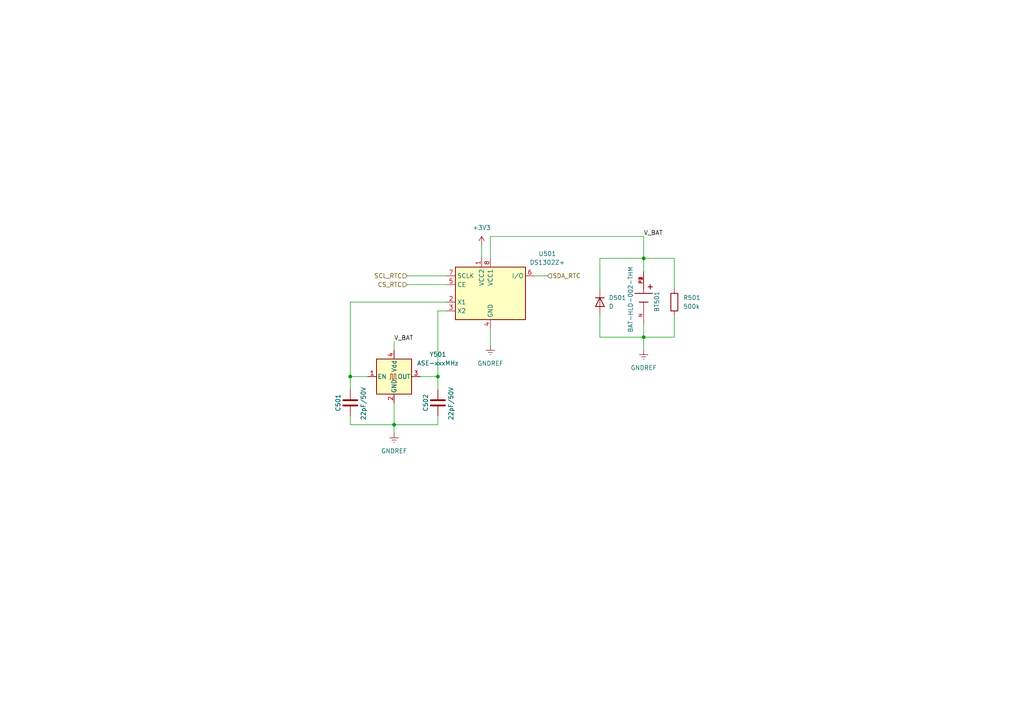
<source format=kicad_sch>
(kicad_sch
	(version 20250114)
	(generator "eeschema")
	(generator_version "9.0")
	(uuid "23e18a3a-c43d-4083-ad46-f8130e23dbb9")
	(paper "A4")
	(title_block
		(title "PCB_Tarjeta_DevOps")
		(date "2025-10-28")
		(rev "R.Casas")
	)
	(lib_symbols
		(symbol "Battery_Holder:BAT-HLD-002-THM"
			(pin_names
				(offset 1.016)
			)
			(exclude_from_sim no)
			(in_bom yes)
			(on_board yes)
			(property "Reference" "BT"
				(at -3.81 3.81 0)
				(effects
					(font
						(size 1.27 1.27)
					)
					(justify left bottom)
				)
			)
			(property "Value" "BAT-HLD-002-THM"
				(at -3.81 -5.08 0)
				(effects
					(font
						(size 1.27 1.27)
					)
					(justify left bottom)
				)
			)
			(property "Footprint" "BAT-HLD-002-THM:BAT_BAT-HLD-002-THM"
				(at 0 0 0)
				(effects
					(font
						(size 1.27 1.27)
					)
					(justify bottom)
					(hide yes)
				)
			)
			(property "Datasheet" ""
				(at 0 0 0)
				(effects
					(font
						(size 1.27 1.27)
					)
					(hide yes)
				)
			)
			(property "Description" ""
				(at 0 0 0)
				(effects
					(font
						(size 1.27 1.27)
					)
					(hide yes)
				)
			)
			(property "PARTREV" "C"
				(at 0 0 0)
				(effects
					(font
						(size 1.27 1.27)
					)
					(justify bottom)
					(hide yes)
				)
			)
			(property "STANDARD" "Manufacturer Recommendations"
				(at 0 0 0)
				(effects
					(font
						(size 1.27 1.27)
					)
					(justify bottom)
					(hide yes)
				)
			)
			(property "MANUFACTURER" "Linx Technologies"
				(at 0 0 0)
				(effects
					(font
						(size 1.27 1.27)
					)
					(justify bottom)
					(hide yes)
				)
			)
			(symbol "BAT-HLD-002-THM_0_0"
				(polyline
					(pts
						(xy -3.81 1.905) (xy -2.54 1.905)
					)
					(stroke
						(width 0.254)
						(type default)
					)
					(fill
						(type none)
					)
				)
				(polyline
					(pts
						(xy -3.175 2.54) (xy -3.175 1.27)
					)
					(stroke
						(width 0.254)
						(type default)
					)
					(fill
						(type none)
					)
				)
				(polyline
					(pts
						(xy -1.27 2.54) (xy -1.27 -2.54)
					)
					(stroke
						(width 0.254)
						(type default)
					)
					(fill
						(type none)
					)
				)
				(polyline
					(pts
						(xy -1.27 0) (xy -2.54 0)
					)
					(stroke
						(width 0.1524)
						(type default)
					)
					(fill
						(type none)
					)
				)
				(polyline
					(pts
						(xy 1.27 1.27) (xy 1.27 -1.27)
					)
					(stroke
						(width 0.254)
						(type default)
					)
					(fill
						(type none)
					)
				)
				(polyline
					(pts
						(xy 1.27 0) (xy 2.54 0)
					)
					(stroke
						(width 0.1524)
						(type default)
					)
					(fill
						(type none)
					)
				)
				(pin passive line
					(at -7.62 0 0)
					(length 5.08)
					(name "~"
						(effects
							(font
								(size 1.016 1.016)
							)
						)
					)
					(number "P1"
						(effects
							(font
								(size 1.016 1.016)
							)
						)
					)
				)
				(pin passive line
					(at -7.62 0 0)
					(length 5.08)
					(name "~"
						(effects
							(font
								(size 1.016 1.016)
							)
						)
					)
					(number "P2"
						(effects
							(font
								(size 1.016 1.016)
							)
						)
					)
				)
				(pin passive line
					(at -7.62 0 0)
					(length 5.08)
					(name "~"
						(effects
							(font
								(size 1.016 1.016)
							)
						)
					)
					(number "P3"
						(effects
							(font
								(size 1.016 1.016)
							)
						)
					)
				)
				(pin passive line
					(at -7.62 0 0)
					(length 5.08)
					(name "~"
						(effects
							(font
								(size 1.016 1.016)
							)
						)
					)
					(number "P4"
						(effects
							(font
								(size 1.016 1.016)
							)
						)
					)
				)
				(pin passive line
					(at 7.62 0 180)
					(length 5.08)
					(name "~"
						(effects
							(font
								(size 1.016 1.016)
							)
						)
					)
					(number "N"
						(effects
							(font
								(size 1.016 1.016)
							)
						)
					)
				)
			)
			(embedded_fonts no)
		)
		(symbol "Device:C"
			(pin_numbers
				(hide yes)
			)
			(pin_names
				(offset 0.254)
			)
			(exclude_from_sim no)
			(in_bom yes)
			(on_board yes)
			(property "Reference" "C"
				(at 0.635 2.54 0)
				(effects
					(font
						(size 1.27 1.27)
					)
					(justify left)
				)
			)
			(property "Value" "C"
				(at 0.635 -2.54 0)
				(effects
					(font
						(size 1.27 1.27)
					)
					(justify left)
				)
			)
			(property "Footprint" ""
				(at 0.9652 -3.81 0)
				(effects
					(font
						(size 1.27 1.27)
					)
					(hide yes)
				)
			)
			(property "Datasheet" "~"
				(at 0 0 0)
				(effects
					(font
						(size 1.27 1.27)
					)
					(hide yes)
				)
			)
			(property "Description" "Unpolarized capacitor"
				(at 0 0 0)
				(effects
					(font
						(size 1.27 1.27)
					)
					(hide yes)
				)
			)
			(property "ki_keywords" "cap capacitor"
				(at 0 0 0)
				(effects
					(font
						(size 1.27 1.27)
					)
					(hide yes)
				)
			)
			(property "ki_fp_filters" "C_*"
				(at 0 0 0)
				(effects
					(font
						(size 1.27 1.27)
					)
					(hide yes)
				)
			)
			(symbol "C_0_1"
				(polyline
					(pts
						(xy -2.032 0.762) (xy 2.032 0.762)
					)
					(stroke
						(width 0.508)
						(type default)
					)
					(fill
						(type none)
					)
				)
				(polyline
					(pts
						(xy -2.032 -0.762) (xy 2.032 -0.762)
					)
					(stroke
						(width 0.508)
						(type default)
					)
					(fill
						(type none)
					)
				)
			)
			(symbol "C_1_1"
				(pin passive line
					(at 0 3.81 270)
					(length 2.794)
					(name "~"
						(effects
							(font
								(size 1.27 1.27)
							)
						)
					)
					(number "1"
						(effects
							(font
								(size 1.27 1.27)
							)
						)
					)
				)
				(pin passive line
					(at 0 -3.81 90)
					(length 2.794)
					(name "~"
						(effects
							(font
								(size 1.27 1.27)
							)
						)
					)
					(number "2"
						(effects
							(font
								(size 1.27 1.27)
							)
						)
					)
				)
			)
			(embedded_fonts no)
		)
		(symbol "Device:D"
			(pin_numbers
				(hide yes)
			)
			(pin_names
				(offset 1.016)
				(hide yes)
			)
			(exclude_from_sim no)
			(in_bom yes)
			(on_board yes)
			(property "Reference" "D"
				(at 0 2.54 0)
				(effects
					(font
						(size 1.27 1.27)
					)
				)
			)
			(property "Value" "D"
				(at 0 -2.54 0)
				(effects
					(font
						(size 1.27 1.27)
					)
				)
			)
			(property "Footprint" ""
				(at 0 0 0)
				(effects
					(font
						(size 1.27 1.27)
					)
					(hide yes)
				)
			)
			(property "Datasheet" "~"
				(at 0 0 0)
				(effects
					(font
						(size 1.27 1.27)
					)
					(hide yes)
				)
			)
			(property "Description" "Diode"
				(at 0 0 0)
				(effects
					(font
						(size 1.27 1.27)
					)
					(hide yes)
				)
			)
			(property "Sim.Device" "D"
				(at 0 0 0)
				(effects
					(font
						(size 1.27 1.27)
					)
					(hide yes)
				)
			)
			(property "Sim.Pins" "1=K 2=A"
				(at 0 0 0)
				(effects
					(font
						(size 1.27 1.27)
					)
					(hide yes)
				)
			)
			(property "ki_keywords" "diode"
				(at 0 0 0)
				(effects
					(font
						(size 1.27 1.27)
					)
					(hide yes)
				)
			)
			(property "ki_fp_filters" "TO-???* *_Diode_* *SingleDiode* D_*"
				(at 0 0 0)
				(effects
					(font
						(size 1.27 1.27)
					)
					(hide yes)
				)
			)
			(symbol "D_0_1"
				(polyline
					(pts
						(xy -1.27 1.27) (xy -1.27 -1.27)
					)
					(stroke
						(width 0.254)
						(type default)
					)
					(fill
						(type none)
					)
				)
				(polyline
					(pts
						(xy 1.27 1.27) (xy 1.27 -1.27) (xy -1.27 0) (xy 1.27 1.27)
					)
					(stroke
						(width 0.254)
						(type default)
					)
					(fill
						(type none)
					)
				)
				(polyline
					(pts
						(xy 1.27 0) (xy -1.27 0)
					)
					(stroke
						(width 0)
						(type default)
					)
					(fill
						(type none)
					)
				)
			)
			(symbol "D_1_1"
				(pin passive line
					(at -3.81 0 0)
					(length 2.54)
					(name "K"
						(effects
							(font
								(size 1.27 1.27)
							)
						)
					)
					(number "1"
						(effects
							(font
								(size 1.27 1.27)
							)
						)
					)
				)
				(pin passive line
					(at 3.81 0 180)
					(length 2.54)
					(name "A"
						(effects
							(font
								(size 1.27 1.27)
							)
						)
					)
					(number "2"
						(effects
							(font
								(size 1.27 1.27)
							)
						)
					)
				)
			)
			(embedded_fonts no)
		)
		(symbol "Device:R"
			(pin_numbers
				(hide yes)
			)
			(pin_names
				(offset 0)
			)
			(exclude_from_sim no)
			(in_bom yes)
			(on_board yes)
			(property "Reference" "R"
				(at 2.032 0 90)
				(effects
					(font
						(size 1.27 1.27)
					)
				)
			)
			(property "Value" "R"
				(at 0 0 90)
				(effects
					(font
						(size 1.27 1.27)
					)
				)
			)
			(property "Footprint" ""
				(at -1.778 0 90)
				(effects
					(font
						(size 1.27 1.27)
					)
					(hide yes)
				)
			)
			(property "Datasheet" "~"
				(at 0 0 0)
				(effects
					(font
						(size 1.27 1.27)
					)
					(hide yes)
				)
			)
			(property "Description" "Resistor"
				(at 0 0 0)
				(effects
					(font
						(size 1.27 1.27)
					)
					(hide yes)
				)
			)
			(property "ki_keywords" "R res resistor"
				(at 0 0 0)
				(effects
					(font
						(size 1.27 1.27)
					)
					(hide yes)
				)
			)
			(property "ki_fp_filters" "R_*"
				(at 0 0 0)
				(effects
					(font
						(size 1.27 1.27)
					)
					(hide yes)
				)
			)
			(symbol "R_0_1"
				(rectangle
					(start -1.016 -2.54)
					(end 1.016 2.54)
					(stroke
						(width 0.254)
						(type default)
					)
					(fill
						(type none)
					)
				)
			)
			(symbol "R_1_1"
				(pin passive line
					(at 0 3.81 270)
					(length 1.27)
					(name "~"
						(effects
							(font
								(size 1.27 1.27)
							)
						)
					)
					(number "1"
						(effects
							(font
								(size 1.27 1.27)
							)
						)
					)
				)
				(pin passive line
					(at 0 -3.81 90)
					(length 1.27)
					(name "~"
						(effects
							(font
								(size 1.27 1.27)
							)
						)
					)
					(number "2"
						(effects
							(font
								(size 1.27 1.27)
							)
						)
					)
				)
			)
			(embedded_fonts no)
		)
		(symbol "Oscillator:ASE-xxxMHz"
			(pin_names
				(offset 0.254)
			)
			(exclude_from_sim no)
			(in_bom yes)
			(on_board yes)
			(property "Reference" "Y"
				(at -5.08 6.35 0)
				(effects
					(font
						(size 1.27 1.27)
					)
					(justify left)
				)
			)
			(property "Value" "ASE-xxxMHz"
				(at 1.27 -6.35 0)
				(effects
					(font
						(size 1.27 1.27)
					)
					(justify left)
				)
			)
			(property "Footprint" "Oscillator:Oscillator_SMD_Abracon_ASE-4Pin_3.2x2.5mm"
				(at 17.78 -8.89 0)
				(effects
					(font
						(size 1.27 1.27)
					)
					(hide yes)
				)
			)
			(property "Datasheet" "http://www.abracon.com/Oscillators/ASV.pdf"
				(at -2.54 0 0)
				(effects
					(font
						(size 1.27 1.27)
					)
					(hide yes)
				)
			)
			(property "Description" "3.3V CMOS SMD Crystal Clock Oscillator, Abracon"
				(at 0 0 0)
				(effects
					(font
						(size 1.27 1.27)
					)
					(hide yes)
				)
			)
			(property "ki_keywords" "3.3V CMOS SMD Crystal Clock Oscillator"
				(at 0 0 0)
				(effects
					(font
						(size 1.27 1.27)
					)
					(hide yes)
				)
			)
			(property "ki_fp_filters" "Oscillator*SMD*Abracon*ASE*3.2x2.5mm*"
				(at 0 0 0)
				(effects
					(font
						(size 1.27 1.27)
					)
					(hide yes)
				)
			)
			(symbol "ASE-xxxMHz_0_1"
				(rectangle
					(start -5.08 5.08)
					(end 5.08 -5.08)
					(stroke
						(width 0.254)
						(type default)
					)
					(fill
						(type background)
					)
				)
				(polyline
					(pts
						(xy -1.27 -0.762) (xy -1.016 -0.762) (xy -1.016 0.762) (xy -0.508 0.762) (xy -0.508 -0.762) (xy 0 -0.762)
						(xy 0 0.762) (xy 0.508 0.762) (xy 0.508 -0.762) (xy 0.762 -0.762)
					)
					(stroke
						(width 0)
						(type default)
					)
					(fill
						(type none)
					)
				)
			)
			(symbol "ASE-xxxMHz_1_1"
				(pin input line
					(at -7.62 0 0)
					(length 2.54)
					(name "EN"
						(effects
							(font
								(size 1.27 1.27)
							)
						)
					)
					(number "1"
						(effects
							(font
								(size 1.27 1.27)
							)
						)
					)
				)
				(pin power_in line
					(at 0 7.62 270)
					(length 2.54)
					(name "Vdd"
						(effects
							(font
								(size 1.27 1.27)
							)
						)
					)
					(number "4"
						(effects
							(font
								(size 1.27 1.27)
							)
						)
					)
				)
				(pin power_in line
					(at 0 -7.62 90)
					(length 2.54)
					(name "GND"
						(effects
							(font
								(size 1.27 1.27)
							)
						)
					)
					(number "2"
						(effects
							(font
								(size 1.27 1.27)
							)
						)
					)
				)
				(pin output line
					(at 7.62 0 180)
					(length 2.54)
					(name "OUT"
						(effects
							(font
								(size 1.27 1.27)
							)
						)
					)
					(number "3"
						(effects
							(font
								(size 1.27 1.27)
							)
						)
					)
				)
			)
			(embedded_fonts no)
		)
		(symbol "Timer_RTC:DS1302Z+"
			(exclude_from_sim no)
			(in_bom yes)
			(on_board yes)
			(property "Reference" "U"
				(at -8.89 8.89 0)
				(effects
					(font
						(size 1.27 1.27)
					)
				)
			)
			(property "Value" "DS1302Z+"
				(at 6.35 8.89 0)
				(effects
					(font
						(size 1.27 1.27)
					)
				)
			)
			(property "Footprint" "Package_SO:SOIC-8_3.9x4.9mm_P1.27mm"
				(at 0 -12.7 0)
				(effects
					(font
						(size 1.27 1.27)
					)
					(hide yes)
				)
			)
			(property "Datasheet" "https://datasheets.maximintegrated.com/en/ds/DS1302.pdf"
				(at 0 0 0)
				(effects
					(font
						(size 1.27 1.27)
					)
					(hide yes)
				)
			)
			(property "Description" "Trickle-Charge Timekeeping Chip, 2.0V to 5.5V VCC, 0°C to +70°C, SOIC-8 (150 mil)"
				(at 0 0 0)
				(effects
					(font
						(size 1.27 1.27)
					)
					(hide yes)
				)
			)
			(property "ki_keywords" "RTC Trickle-Charge Timekeeping Chip"
				(at 0 0 0)
				(effects
					(font
						(size 1.27 1.27)
					)
					(hide yes)
				)
			)
			(property "ki_fp_filters" "SOIC*3.9x4.9mm?P1.27mm*"
				(at 0 0 0)
				(effects
					(font
						(size 1.27 1.27)
					)
					(hide yes)
				)
			)
			(symbol "DS1302Z+_1_1"
				(rectangle
					(start -10.16 7.62)
					(end 10.16 -7.62)
					(stroke
						(width 0.254)
						(type default)
					)
					(fill
						(type background)
					)
				)
				(pin input line
					(at -12.7 5.08 0)
					(length 2.54)
					(name "SCLK"
						(effects
							(font
								(size 1.27 1.27)
							)
						)
					)
					(number "7"
						(effects
							(font
								(size 1.27 1.27)
							)
						)
					)
				)
				(pin input line
					(at -12.7 2.54 0)
					(length 2.54)
					(name "CE"
						(effects
							(font
								(size 1.27 1.27)
							)
						)
					)
					(number "5"
						(effects
							(font
								(size 1.27 1.27)
							)
						)
					)
				)
				(pin input line
					(at -12.7 -2.54 0)
					(length 2.54)
					(name "X1"
						(effects
							(font
								(size 1.27 1.27)
							)
						)
					)
					(number "2"
						(effects
							(font
								(size 1.27 1.27)
							)
						)
					)
				)
				(pin input line
					(at -12.7 -5.08 0)
					(length 2.54)
					(name "X2"
						(effects
							(font
								(size 1.27 1.27)
							)
						)
					)
					(number "3"
						(effects
							(font
								(size 1.27 1.27)
							)
						)
					)
				)
				(pin power_in line
					(at -2.54 10.16 270)
					(length 2.54)
					(name "VCC2"
						(effects
							(font
								(size 1.27 1.27)
							)
						)
					)
					(number "1"
						(effects
							(font
								(size 1.27 1.27)
							)
						)
					)
				)
				(pin power_in line
					(at 0 10.16 270)
					(length 2.54)
					(name "VCC1"
						(effects
							(font
								(size 1.27 1.27)
							)
						)
					)
					(number "8"
						(effects
							(font
								(size 1.27 1.27)
							)
						)
					)
				)
				(pin power_in line
					(at 0 -10.16 90)
					(length 2.54)
					(name "GND"
						(effects
							(font
								(size 1.27 1.27)
							)
						)
					)
					(number "4"
						(effects
							(font
								(size 1.27 1.27)
							)
						)
					)
				)
				(pin bidirectional line
					(at 12.7 5.08 180)
					(length 2.54)
					(name "I/O"
						(effects
							(font
								(size 1.27 1.27)
							)
						)
					)
					(number "6"
						(effects
							(font
								(size 1.27 1.27)
							)
						)
					)
				)
			)
			(embedded_fonts no)
		)
		(symbol "power:+3V3"
			(power)
			(pin_numbers
				(hide yes)
			)
			(pin_names
				(offset 0)
				(hide yes)
			)
			(exclude_from_sim no)
			(in_bom yes)
			(on_board yes)
			(property "Reference" "#PWR"
				(at 0 -3.81 0)
				(effects
					(font
						(size 1.27 1.27)
					)
					(hide yes)
				)
			)
			(property "Value" "+3V3"
				(at 0 3.556 0)
				(effects
					(font
						(size 1.27 1.27)
					)
				)
			)
			(property "Footprint" ""
				(at 0 0 0)
				(effects
					(font
						(size 1.27 1.27)
					)
					(hide yes)
				)
			)
			(property "Datasheet" ""
				(at 0 0 0)
				(effects
					(font
						(size 1.27 1.27)
					)
					(hide yes)
				)
			)
			(property "Description" "Power symbol creates a global label with name \"+3V3\""
				(at 0 0 0)
				(effects
					(font
						(size 1.27 1.27)
					)
					(hide yes)
				)
			)
			(property "ki_keywords" "global power"
				(at 0 0 0)
				(effects
					(font
						(size 1.27 1.27)
					)
					(hide yes)
				)
			)
			(symbol "+3V3_0_1"
				(polyline
					(pts
						(xy -0.762 1.27) (xy 0 2.54)
					)
					(stroke
						(width 0)
						(type default)
					)
					(fill
						(type none)
					)
				)
				(polyline
					(pts
						(xy 0 2.54) (xy 0.762 1.27)
					)
					(stroke
						(width 0)
						(type default)
					)
					(fill
						(type none)
					)
				)
				(polyline
					(pts
						(xy 0 0) (xy 0 2.54)
					)
					(stroke
						(width 0)
						(type default)
					)
					(fill
						(type none)
					)
				)
			)
			(symbol "+3V3_1_1"
				(pin power_in line
					(at 0 0 90)
					(length 0)
					(name "~"
						(effects
							(font
								(size 1.27 1.27)
							)
						)
					)
					(number "1"
						(effects
							(font
								(size 1.27 1.27)
							)
						)
					)
				)
			)
			(embedded_fonts no)
		)
		(symbol "power:GNDREF"
			(power)
			(pin_numbers
				(hide yes)
			)
			(pin_names
				(offset 0)
				(hide yes)
			)
			(exclude_from_sim no)
			(in_bom yes)
			(on_board yes)
			(property "Reference" "#PWR"
				(at 0 -6.35 0)
				(effects
					(font
						(size 1.27 1.27)
					)
					(hide yes)
				)
			)
			(property "Value" "GNDREF"
				(at 0 -3.81 0)
				(effects
					(font
						(size 1.27 1.27)
					)
				)
			)
			(property "Footprint" ""
				(at 0 0 0)
				(effects
					(font
						(size 1.27 1.27)
					)
					(hide yes)
				)
			)
			(property "Datasheet" ""
				(at 0 0 0)
				(effects
					(font
						(size 1.27 1.27)
					)
					(hide yes)
				)
			)
			(property "Description" "Power symbol creates a global label with name \"GNDREF\" , reference supply ground"
				(at 0 0 0)
				(effects
					(font
						(size 1.27 1.27)
					)
					(hide yes)
				)
			)
			(property "ki_keywords" "global power"
				(at 0 0 0)
				(effects
					(font
						(size 1.27 1.27)
					)
					(hide yes)
				)
			)
			(symbol "GNDREF_0_1"
				(polyline
					(pts
						(xy -0.635 -1.905) (xy 0.635 -1.905)
					)
					(stroke
						(width 0)
						(type default)
					)
					(fill
						(type none)
					)
				)
				(polyline
					(pts
						(xy -0.127 -2.54) (xy 0.127 -2.54)
					)
					(stroke
						(width 0)
						(type default)
					)
					(fill
						(type none)
					)
				)
				(polyline
					(pts
						(xy 0 -1.27) (xy 0 0)
					)
					(stroke
						(width 0)
						(type default)
					)
					(fill
						(type none)
					)
				)
				(polyline
					(pts
						(xy 1.27 -1.27) (xy -1.27 -1.27)
					)
					(stroke
						(width 0)
						(type default)
					)
					(fill
						(type none)
					)
				)
			)
			(symbol "GNDREF_1_1"
				(pin power_in line
					(at 0 0 270)
					(length 0)
					(name "~"
						(effects
							(font
								(size 1.27 1.27)
							)
						)
					)
					(number "1"
						(effects
							(font
								(size 1.27 1.27)
							)
						)
					)
				)
			)
			(embedded_fonts no)
		)
	)
	(junction
		(at 101.6 109.22)
		(diameter 0)
		(color 0 0 0 0)
		(uuid "2ae0bb50-ae96-425d-88e5-7419f9806a4f")
	)
	(junction
		(at 186.69 97.79)
		(diameter 0)
		(color 0 0 0 0)
		(uuid "346f2dab-0072-4e48-b3d0-ce1cd37da35b")
	)
	(junction
		(at 186.69 74.93)
		(diameter 0)
		(color 0 0 0 0)
		(uuid "3bfc9b6e-120f-4556-ad78-bf40690e908d")
	)
	(junction
		(at 114.3 123.19)
		(diameter 0)
		(color 0 0 0 0)
		(uuid "9b2db5af-cbd0-422a-95b2-1ab993579bbf")
	)
	(junction
		(at 127 109.22)
		(diameter 0)
		(color 0 0 0 0)
		(uuid "dbc00aaa-22f7-4364-b851-8f239b8cbf4a")
	)
	(wire
		(pts
			(xy 127 90.17) (xy 127 109.22)
		)
		(stroke
			(width 0)
			(type default)
		)
		(uuid "0204c012-f6a4-4def-8ef3-826dc27fa024")
	)
	(wire
		(pts
			(xy 195.58 97.79) (xy 186.69 97.79)
		)
		(stroke
			(width 0)
			(type default)
		)
		(uuid "199d9305-0f2e-453a-ac83-b9e1bd97b956")
	)
	(wire
		(pts
			(xy 195.58 83.82) (xy 195.58 74.93)
		)
		(stroke
			(width 0)
			(type default)
		)
		(uuid "1ff00cf3-d400-4811-8eeb-ffc6ca00d943")
	)
	(wire
		(pts
			(xy 114.3 99.06) (xy 114.3 101.6)
		)
		(stroke
			(width 0)
			(type default)
		)
		(uuid "2d12cf71-fbc5-4f70-8f5b-003dfe121185")
	)
	(wire
		(pts
			(xy 101.6 120.65) (xy 101.6 123.19)
		)
		(stroke
			(width 0)
			(type default)
		)
		(uuid "39e06bc5-3634-4ebc-b77a-5452a9346192")
	)
	(wire
		(pts
			(xy 186.69 78.74) (xy 186.69 74.93)
		)
		(stroke
			(width 0)
			(type default)
		)
		(uuid "3ef0a4a3-e5ff-4dda-b3ed-57de57332dc6")
	)
	(wire
		(pts
			(xy 118.11 80.01) (xy 129.54 80.01)
		)
		(stroke
			(width 0)
			(type default)
		)
		(uuid "40015d6a-50b1-49cb-9ece-824afb81257c")
	)
	(wire
		(pts
			(xy 186.69 97.79) (xy 186.69 101.6)
		)
		(stroke
			(width 0)
			(type default)
		)
		(uuid "4a147e1e-f9de-4362-8843-536d9dd79a63")
	)
	(wire
		(pts
			(xy 173.99 83.82) (xy 173.99 74.93)
		)
		(stroke
			(width 0)
			(type default)
		)
		(uuid "4aae5d1a-8f1f-48b4-84bc-f5f3981b8259")
	)
	(wire
		(pts
			(xy 114.3 116.84) (xy 114.3 123.19)
		)
		(stroke
			(width 0)
			(type default)
		)
		(uuid "58e9a997-7f7d-4dc8-b499-4acbcd3dce47")
	)
	(wire
		(pts
			(xy 129.54 87.63) (xy 101.6 87.63)
		)
		(stroke
			(width 0)
			(type default)
		)
		(uuid "59c1d116-3ae1-40be-aaa6-3fc06c87dc38")
	)
	(wire
		(pts
			(xy 118.11 82.55) (xy 129.54 82.55)
		)
		(stroke
			(width 0)
			(type default)
		)
		(uuid "6018c5bc-ac9b-45c8-b18e-80fcf55ae31f")
	)
	(wire
		(pts
			(xy 186.69 93.98) (xy 186.69 97.79)
		)
		(stroke
			(width 0)
			(type default)
		)
		(uuid "626ddf4a-fb00-4bf1-a155-f5835d7005d8")
	)
	(wire
		(pts
			(xy 186.69 74.93) (xy 186.69 68.58)
		)
		(stroke
			(width 0)
			(type default)
		)
		(uuid "6690d549-fd77-473d-ba71-ffea94bd3346")
	)
	(wire
		(pts
			(xy 139.7 71.12) (xy 139.7 74.93)
		)
		(stroke
			(width 0)
			(type default)
		)
		(uuid "728cf0f0-8aed-42da-be09-63436a7db61d")
	)
	(wire
		(pts
			(xy 173.99 97.79) (xy 186.69 97.79)
		)
		(stroke
			(width 0)
			(type default)
		)
		(uuid "73b32a8b-a326-4493-b26e-2ef06f45cb1f")
	)
	(wire
		(pts
			(xy 129.54 90.17) (xy 127 90.17)
		)
		(stroke
			(width 0)
			(type default)
		)
		(uuid "791327b6-9de1-412f-9832-b82381c35da8")
	)
	(wire
		(pts
			(xy 142.24 68.58) (xy 142.24 74.93)
		)
		(stroke
			(width 0)
			(type default)
		)
		(uuid "79b38254-435c-46ca-9634-05f835701870")
	)
	(wire
		(pts
			(xy 101.6 113.03) (xy 101.6 109.22)
		)
		(stroke
			(width 0)
			(type default)
		)
		(uuid "7c992dea-ec18-4eba-a361-94574eeae84c")
	)
	(wire
		(pts
			(xy 142.24 95.25) (xy 142.24 100.33)
		)
		(stroke
			(width 0)
			(type default)
		)
		(uuid "8504e240-3927-48f9-b854-1905b9f220c3")
	)
	(wire
		(pts
			(xy 127 123.19) (xy 114.3 123.19)
		)
		(stroke
			(width 0)
			(type default)
		)
		(uuid "87e2cdee-4a12-44e9-9153-e8f01acdc9b3")
	)
	(wire
		(pts
			(xy 101.6 123.19) (xy 114.3 123.19)
		)
		(stroke
			(width 0)
			(type default)
		)
		(uuid "a7100885-f71f-4084-9689-ab905377bf6f")
	)
	(wire
		(pts
			(xy 154.94 80.01) (xy 158.75 80.01)
		)
		(stroke
			(width 0)
			(type default)
		)
		(uuid "a9b909c4-3c8e-4d52-b567-1c11ec3b10c5")
	)
	(wire
		(pts
			(xy 195.58 91.44) (xy 195.58 97.79)
		)
		(stroke
			(width 0)
			(type default)
		)
		(uuid "c038d2d3-9939-4a38-b000-7e1f42060a0e")
	)
	(wire
		(pts
			(xy 101.6 87.63) (xy 101.6 109.22)
		)
		(stroke
			(width 0)
			(type default)
		)
		(uuid "c81a6763-f955-4247-99cc-43686a83b637")
	)
	(wire
		(pts
			(xy 114.3 123.19) (xy 114.3 125.73)
		)
		(stroke
			(width 0)
			(type default)
		)
		(uuid "ca584290-b088-4e74-8f04-a16ac497e401")
	)
	(wire
		(pts
			(xy 173.99 74.93) (xy 186.69 74.93)
		)
		(stroke
			(width 0)
			(type default)
		)
		(uuid "cdb24e06-b924-4271-9081-9ca24b3fbd53")
	)
	(wire
		(pts
			(xy 127 120.65) (xy 127 123.19)
		)
		(stroke
			(width 0)
			(type default)
		)
		(uuid "ddf54b2c-6062-4178-891b-eead1e4edd8a")
	)
	(wire
		(pts
			(xy 127 109.22) (xy 127 113.03)
		)
		(stroke
			(width 0)
			(type default)
		)
		(uuid "de405838-f01c-4ef2-a628-edffa1ad3bfd")
	)
	(wire
		(pts
			(xy 121.92 109.22) (xy 127 109.22)
		)
		(stroke
			(width 0)
			(type default)
		)
		(uuid "e278002a-e3b3-423d-a603-980ca93a155d")
	)
	(wire
		(pts
			(xy 101.6 109.22) (xy 106.68 109.22)
		)
		(stroke
			(width 0)
			(type default)
		)
		(uuid "e63bd02f-5deb-46fb-9ae1-73eb53b776be")
	)
	(wire
		(pts
			(xy 173.99 91.44) (xy 173.99 97.79)
		)
		(stroke
			(width 0)
			(type default)
		)
		(uuid "e868f588-dcfd-4021-a50a-eb755be31c3d")
	)
	(wire
		(pts
			(xy 186.69 68.58) (xy 142.24 68.58)
		)
		(stroke
			(width 0)
			(type default)
		)
		(uuid "eadd5396-9013-44ec-b3cb-cc967a4216fd")
	)
	(wire
		(pts
			(xy 195.58 74.93) (xy 186.69 74.93)
		)
		(stroke
			(width 0)
			(type default)
		)
		(uuid "f3daa327-2f26-45bc-93e8-4be812b2e42e")
	)
	(label "V_BAT"
		(at 186.69 68.58 0)
		(effects
			(font
				(size 1.27 1.27)
			)
			(justify left bottom)
		)
		(uuid "1bbc787f-6d2b-455d-b6d2-5abcd137d3c0")
	)
	(label "V_BAT"
		(at 114.3 99.06 0)
		(effects
			(font
				(size 1.27 1.27)
			)
			(justify left bottom)
		)
		(uuid "f15d7b96-081f-42bd-9bdc-d72c46a74ca1")
	)
	(hierarchical_label "CS_RTC"
		(shape input)
		(at 118.11 82.55 180)
		(effects
			(font
				(size 1.27 1.27)
			)
			(justify right)
		)
		(uuid "30694640-d8a0-4bbb-9754-5ec53a40a8d9")
	)
	(hierarchical_label "SCL_RTC"
		(shape input)
		(at 118.11 80.01 180)
		(effects
			(font
				(size 1.27 1.27)
			)
			(justify right)
		)
		(uuid "43f64661-ff29-436d-b14a-5252db8956c4")
	)
	(hierarchical_label "SDA_RTC"
		(shape input)
		(at 158.75 80.01 0)
		(effects
			(font
				(size 1.27 1.27)
			)
			(justify left)
		)
		(uuid "4e5769f9-8336-496a-bb6e-555207030e29")
	)
	(symbol
		(lib_id "power:GNDREF")
		(at 186.69 101.6 0)
		(unit 1)
		(exclude_from_sim no)
		(in_bom yes)
		(on_board yes)
		(dnp no)
		(fields_autoplaced yes)
		(uuid "079ec6f3-ee25-4cab-9c80-1d0c27719172")
		(property "Reference" "#PWR0504"
			(at 186.69 107.95 0)
			(effects
				(font
					(size 1.27 1.27)
				)
				(hide yes)
			)
		)
		(property "Value" "GNDREF"
			(at 186.69 106.68 0)
			(effects
				(font
					(size 1.27 1.27)
				)
			)
		)
		(property "Footprint" ""
			(at 186.69 101.6 0)
			(effects
				(font
					(size 1.27 1.27)
				)
				(hide yes)
			)
		)
		(property "Datasheet" ""
			(at 186.69 101.6 0)
			(effects
				(font
					(size 1.27 1.27)
				)
				(hide yes)
			)
		)
		(property "Description" "Power symbol creates a global label with name \"GNDREF\" , reference supply ground"
			(at 186.69 101.6 0)
			(effects
				(font
					(size 1.27 1.27)
				)
				(hide yes)
			)
		)
		(pin "1"
			(uuid "32f6ff07-1142-429e-a04c-e6394d3057ea")
		)
		(instances
			(project "PCB_Tarjeta_DevOps"
				(path "/4fb4dbf5-3c7a-4e13-908c-649b5b989252/d0881117-b7d3-4500-8e8b-246263978c1b"
					(reference "#PWR0504")
					(unit 1)
				)
			)
		)
	)
	(symbol
		(lib_id "Device:D")
		(at 173.99 87.63 270)
		(unit 1)
		(exclude_from_sim no)
		(in_bom yes)
		(on_board yes)
		(dnp no)
		(fields_autoplaced yes)
		(uuid "24ff5123-af7b-4d81-b1b3-600779bc48e6")
		(property "Reference" "D501"
			(at 176.53 86.3599 90)
			(effects
				(font
					(size 1.27 1.27)
				)
				(justify left)
			)
		)
		(property "Value" "D"
			(at 176.53 88.8999 90)
			(effects
				(font
					(size 1.27 1.27)
				)
				(justify left)
			)
		)
		(property "Footprint" "Diode_SMD:D_SMA_Handsoldering"
			(at 173.99 87.63 0)
			(effects
				(font
					(size 1.27 1.27)
				)
				(hide yes)
			)
		)
		(property "Datasheet" "~"
			(at 173.99 87.63 0)
			(effects
				(font
					(size 1.27 1.27)
				)
				(hide yes)
			)
		)
		(property "Description" "Diode"
			(at 173.99 87.63 0)
			(effects
				(font
					(size 1.27 1.27)
				)
				(hide yes)
			)
		)
		(property "Sim.Device" "D"
			(at 173.99 87.63 0)
			(effects
				(font
					(size 1.27 1.27)
				)
				(hide yes)
			)
		)
		(property "Sim.Pins" "1=K 2=A"
			(at 173.99 87.63 0)
			(effects
				(font
					(size 1.27 1.27)
				)
				(hide yes)
			)
		)
		(pin "2"
			(uuid "1ff8be45-69ef-4829-acef-9cd138bbb94a")
		)
		(pin "1"
			(uuid "8de74be9-bb4e-4cd9-a5b0-3d08034a201f")
		)
		(instances
			(project ""
				(path "/4fb4dbf5-3c7a-4e13-908c-649b5b989252/d0881117-b7d3-4500-8e8b-246263978c1b"
					(reference "D501")
					(unit 1)
				)
			)
		)
	)
	(symbol
		(lib_id "Device:R")
		(at 195.58 87.63 0)
		(unit 1)
		(exclude_from_sim no)
		(in_bom yes)
		(on_board yes)
		(dnp no)
		(fields_autoplaced yes)
		(uuid "2aacf97d-11d0-463a-96c6-c779fd28853d")
		(property "Reference" "R501"
			(at 198.12 86.3599 0)
			(effects
				(font
					(size 1.27 1.27)
				)
				(justify left)
			)
		)
		(property "Value" "500k"
			(at 198.12 88.8999 0)
			(effects
				(font
					(size 1.27 1.27)
				)
				(justify left)
			)
		)
		(property "Footprint" "Resistor_SMD:R_0603_1608Metric_Pad0.98x0.95mm_HandSolder"
			(at 193.802 87.63 90)
			(effects
				(font
					(size 1.27 1.27)
				)
				(hide yes)
			)
		)
		(property "Datasheet" "~"
			(at 195.58 87.63 0)
			(effects
				(font
					(size 1.27 1.27)
				)
				(hide yes)
			)
		)
		(property "Description" "Resistor"
			(at 195.58 87.63 0)
			(effects
				(font
					(size 1.27 1.27)
				)
				(hide yes)
			)
		)
		(pin "1"
			(uuid "23dc3f48-7400-4033-acf0-4d8427c19322")
		)
		(pin "2"
			(uuid "97a8a90b-fdcc-41c0-968a-060838d327b7")
		)
		(instances
			(project ""
				(path "/4fb4dbf5-3c7a-4e13-908c-649b5b989252/d0881117-b7d3-4500-8e8b-246263978c1b"
					(reference "R501")
					(unit 1)
				)
			)
		)
	)
	(symbol
		(lib_id "Battery_Holder:BAT-HLD-002-THM")
		(at 186.69 86.36 270)
		(unit 1)
		(exclude_from_sim no)
		(in_bom yes)
		(on_board yes)
		(dnp no)
		(uuid "41d7a352-3b81-4d81-ba9f-345a8889634f")
		(property "Reference" "BT501"
			(at 190.5 84.4295 0)
			(effects
				(font
					(size 1.27 1.27)
				)
				(justify left)
			)
		)
		(property "Value" "BAT-HLD-002-THM"
			(at 182.88 77.216 0)
			(effects
				(font
					(size 1.27 1.27)
				)
				(justify left)
			)
		)
		(property "Footprint" "Battery_Holder_RCO:BAT_BAT-HLD-002-THM"
			(at 186.69 86.36 0)
			(effects
				(font
					(size 1.27 1.27)
				)
				(justify bottom)
				(hide yes)
			)
		)
		(property "Datasheet" ""
			(at 186.69 86.36 0)
			(effects
				(font
					(size 1.27 1.27)
				)
				(hide yes)
			)
		)
		(property "Description" ""
			(at 186.69 86.36 0)
			(effects
				(font
					(size 1.27 1.27)
				)
				(hide yes)
			)
		)
		(property "PARTREV" "C"
			(at 186.69 86.36 0)
			(effects
				(font
					(size 1.27 1.27)
				)
				(justify bottom)
				(hide yes)
			)
		)
		(property "STANDARD" "Manufacturer Recommendations"
			(at 186.69 86.36 0)
			(effects
				(font
					(size 1.27 1.27)
				)
				(justify bottom)
				(hide yes)
			)
		)
		(property "MANUFACTURER" "Linx Technologies"
			(at 186.69 86.36 0)
			(effects
				(font
					(size 1.27 1.27)
				)
				(justify bottom)
				(hide yes)
			)
		)
		(pin "P4"
			(uuid "60fb07be-8960-42fa-9342-f7a048594ef1")
		)
		(pin "P3"
			(uuid "166185f2-8aff-4893-a989-ab254e63b3b4")
		)
		(pin "P1"
			(uuid "f27f773b-be32-4917-9d4b-fdea7ba8f8a5")
		)
		(pin "P2"
			(uuid "c12472d6-aff8-4bc2-81fb-268411463c49")
		)
		(pin "N"
			(uuid "0c6e2795-c84d-4a92-904c-204a75bd3d23")
		)
		(instances
			(project ""
				(path "/4fb4dbf5-3c7a-4e13-908c-649b5b989252/d0881117-b7d3-4500-8e8b-246263978c1b"
					(reference "BT501")
					(unit 1)
				)
			)
		)
	)
	(symbol
		(lib_id "Timer_RTC:DS1302Z+")
		(at 142.24 85.09 0)
		(unit 1)
		(exclude_from_sim no)
		(in_bom yes)
		(on_board yes)
		(dnp no)
		(fields_autoplaced yes)
		(uuid "4212660e-2c74-4de8-8cd5-afe8478e1690")
		(property "Reference" "U501"
			(at 158.75 73.5898 0)
			(effects
				(font
					(size 1.27 1.27)
				)
			)
		)
		(property "Value" "DS1302Z+"
			(at 158.75 76.1298 0)
			(effects
				(font
					(size 1.27 1.27)
				)
			)
		)
		(property "Footprint" "Package_DIP:DIP-8_W7.62mm_Socket_LongPads"
			(at 142.24 97.79 0)
			(effects
				(font
					(size 1.27 1.27)
				)
				(hide yes)
			)
		)
		(property "Datasheet" "https://datasheets.maximintegrated.com/en/ds/DS1302.pdf"
			(at 142.24 85.09 0)
			(effects
				(font
					(size 1.27 1.27)
				)
				(hide yes)
			)
		)
		(property "Description" "Trickle-Charge Timekeeping Chip, 2.0V to 5.5V VCC, 0°C to +70°C, SOIC-8 (150 mil)"
			(at 142.24 85.09 0)
			(effects
				(font
					(size 1.27 1.27)
				)
				(hide yes)
			)
		)
		(pin "3"
			(uuid "5729830b-141a-4ea2-b3df-dd4352b880e6")
		)
		(pin "2"
			(uuid "eb650f77-1e8f-4545-84af-609d72818bf3")
		)
		(pin "6"
			(uuid "1da21283-5577-4167-a1b6-cbd9e0f4b36b")
		)
		(pin "7"
			(uuid "dcbc0706-b5c7-4f3d-99ae-806c6f6f074e")
		)
		(pin "1"
			(uuid "a30f3d25-ca11-4485-85e8-18f12cd7ab1a")
		)
		(pin "5"
			(uuid "39afd797-72e5-47b0-b50c-d7a2f26fde53")
		)
		(pin "8"
			(uuid "761ba527-1013-4d5e-be57-6c6619349167")
		)
		(pin "4"
			(uuid "56eb8792-697f-4e0b-841c-a1f9095f1272")
		)
		(instances
			(project ""
				(path "/4fb4dbf5-3c7a-4e13-908c-649b5b989252/d0881117-b7d3-4500-8e8b-246263978c1b"
					(reference "U501")
					(unit 1)
				)
			)
		)
	)
	(symbol
		(lib_id "power:+3V3")
		(at 139.7 71.12 0)
		(unit 1)
		(exclude_from_sim no)
		(in_bom yes)
		(on_board yes)
		(dnp no)
		(fields_autoplaced yes)
		(uuid "569e9e72-eb1b-4b6d-8303-9cf3630088e9")
		(property "Reference" "#PWR0501"
			(at 139.7 74.93 0)
			(effects
				(font
					(size 1.27 1.27)
				)
				(hide yes)
			)
		)
		(property "Value" "+3V3"
			(at 139.7 66.04 0)
			(effects
				(font
					(size 1.27 1.27)
				)
			)
		)
		(property "Footprint" ""
			(at 139.7 71.12 0)
			(effects
				(font
					(size 1.27 1.27)
				)
				(hide yes)
			)
		)
		(property "Datasheet" ""
			(at 139.7 71.12 0)
			(effects
				(font
					(size 1.27 1.27)
				)
				(hide yes)
			)
		)
		(property "Description" "Power symbol creates a global label with name \"+3V3\""
			(at 139.7 71.12 0)
			(effects
				(font
					(size 1.27 1.27)
				)
				(hide yes)
			)
		)
		(pin "1"
			(uuid "cd19a09c-0fe5-43b8-abb2-eee42c5d916d")
		)
		(instances
			(project ""
				(path "/4fb4dbf5-3c7a-4e13-908c-649b5b989252/d0881117-b7d3-4500-8e8b-246263978c1b"
					(reference "#PWR0501")
					(unit 1)
				)
			)
		)
	)
	(symbol
		(lib_id "Device:C")
		(at 101.6 116.84 0)
		(unit 1)
		(exclude_from_sim no)
		(in_bom yes)
		(on_board yes)
		(dnp no)
		(uuid "579422eb-daa1-49b4-8737-0f448323bb87")
		(property "Reference" "C501"
			(at 98.044 119.38 90)
			(effects
				(font
					(size 1.27 1.27)
				)
				(justify left)
			)
		)
		(property "Value" "22pF/50V"
			(at 105.41 121.92 90)
			(effects
				(font
					(size 1.27 1.27)
				)
				(justify left)
			)
		)
		(property "Footprint" "Capacitor_SMD:C_0603_1608Metric_Pad1.08x0.95mm_HandSolder"
			(at 102.5652 120.65 0)
			(effects
				(font
					(size 1.27 1.27)
				)
				(hide yes)
			)
		)
		(property "Datasheet" "~"
			(at 101.6 116.84 0)
			(effects
				(font
					(size 1.27 1.27)
				)
				(hide yes)
			)
		)
		(property "Description" "Unpolarized capacitor"
			(at 101.6 116.84 0)
			(effects
				(font
					(size 1.27 1.27)
				)
				(hide yes)
			)
		)
		(pin "1"
			(uuid "8bf602a0-1f79-4127-b168-4ad5841438ff")
		)
		(pin "2"
			(uuid "b6b4d6fd-9aa8-4779-b44f-897359590e80")
		)
		(instances
			(project "PCB_Tarjeta_DevOps"
				(path "/4fb4dbf5-3c7a-4e13-908c-649b5b989252/d0881117-b7d3-4500-8e8b-246263978c1b"
					(reference "C501")
					(unit 1)
				)
			)
		)
	)
	(symbol
		(lib_id "Device:C")
		(at 127 116.84 0)
		(unit 1)
		(exclude_from_sim no)
		(in_bom yes)
		(on_board yes)
		(dnp no)
		(uuid "b434079f-90b9-47b3-9bda-74931252d4ed")
		(property "Reference" "C502"
			(at 123.444 119.38 90)
			(effects
				(font
					(size 1.27 1.27)
				)
				(justify left)
			)
		)
		(property "Value" "22pF/50V"
			(at 130.81 121.92 90)
			(effects
				(font
					(size 1.27 1.27)
				)
				(justify left)
			)
		)
		(property "Footprint" "Capacitor_SMD:C_0603_1608Metric_Pad1.08x0.95mm_HandSolder"
			(at 127.9652 120.65 0)
			(effects
				(font
					(size 1.27 1.27)
				)
				(hide yes)
			)
		)
		(property "Datasheet" "~"
			(at 127 116.84 0)
			(effects
				(font
					(size 1.27 1.27)
				)
				(hide yes)
			)
		)
		(property "Description" "Unpolarized capacitor"
			(at 127 116.84 0)
			(effects
				(font
					(size 1.27 1.27)
				)
				(hide yes)
			)
		)
		(pin "1"
			(uuid "05211613-3f23-4e54-a8bd-86d163ffa02a")
		)
		(pin "2"
			(uuid "c8fd7b0a-131c-457a-82e0-f3a5e0da8a15")
		)
		(instances
			(project "PCB_Tarjeta_DevOps"
				(path "/4fb4dbf5-3c7a-4e13-908c-649b5b989252/d0881117-b7d3-4500-8e8b-246263978c1b"
					(reference "C502")
					(unit 1)
				)
			)
		)
	)
	(symbol
		(lib_id "power:GNDREF")
		(at 142.24 100.33 0)
		(unit 1)
		(exclude_from_sim no)
		(in_bom yes)
		(on_board yes)
		(dnp no)
		(fields_autoplaced yes)
		(uuid "d052fe48-9d6e-483e-a9b6-795298f17793")
		(property "Reference" "#PWR0503"
			(at 142.24 106.68 0)
			(effects
				(font
					(size 1.27 1.27)
				)
				(hide yes)
			)
		)
		(property "Value" "GNDREF"
			(at 142.24 105.41 0)
			(effects
				(font
					(size 1.27 1.27)
				)
			)
		)
		(property "Footprint" ""
			(at 142.24 100.33 0)
			(effects
				(font
					(size 1.27 1.27)
				)
				(hide yes)
			)
		)
		(property "Datasheet" ""
			(at 142.24 100.33 0)
			(effects
				(font
					(size 1.27 1.27)
				)
				(hide yes)
			)
		)
		(property "Description" "Power symbol creates a global label with name \"GNDREF\" , reference supply ground"
			(at 142.24 100.33 0)
			(effects
				(font
					(size 1.27 1.27)
				)
				(hide yes)
			)
		)
		(pin "1"
			(uuid "9968d70f-1efa-4152-a404-c2f2f2c653be")
		)
		(instances
			(project "PCB_Tarjeta_DevOps"
				(path "/4fb4dbf5-3c7a-4e13-908c-649b5b989252/d0881117-b7d3-4500-8e8b-246263978c1b"
					(reference "#PWR0503")
					(unit 1)
				)
			)
		)
	)
	(symbol
		(lib_id "Oscillator:ASE-xxxMHz")
		(at 114.3 109.22 0)
		(unit 1)
		(exclude_from_sim no)
		(in_bom yes)
		(on_board yes)
		(dnp no)
		(fields_autoplaced yes)
		(uuid "d548edc7-9e04-40d4-bcf3-60a43db56e96")
		(property "Reference" "Y501"
			(at 127 102.7998 0)
			(effects
				(font
					(size 1.27 1.27)
				)
			)
		)
		(property "Value" "ASE-xxxMHz"
			(at 127 105.3398 0)
			(effects
				(font
					(size 1.27 1.27)
				)
			)
		)
		(property "Footprint" "Oscillator:Oscillator_SMD_EuroQuartz_XO53-4Pin_5.0x3.2mm_HandSoldering"
			(at 132.08 118.11 0)
			(effects
				(font
					(size 1.27 1.27)
				)
				(hide yes)
			)
		)
		(property "Datasheet" "http://www.abracon.com/Oscillators/ASV.pdf"
			(at 111.76 109.22 0)
			(effects
				(font
					(size 1.27 1.27)
				)
				(hide yes)
			)
		)
		(property "Description" "3.3V CMOS SMD Crystal Clock Oscillator, Abracon"
			(at 114.3 109.22 0)
			(effects
				(font
					(size 1.27 1.27)
				)
				(hide yes)
			)
		)
		(pin "3"
			(uuid "0e397c57-c33c-427a-8157-e520463b0948")
		)
		(pin "1"
			(uuid "003e78ee-a8f1-4ea6-a3a3-d86e532f8164")
		)
		(pin "4"
			(uuid "df032589-70fe-47ad-b511-ed8a6a0f219c")
		)
		(pin "2"
			(uuid "1ae39106-6307-480e-b945-cdfd4fb45053")
		)
		(instances
			(project "PCB_Tarjeta_DevOps"
				(path "/4fb4dbf5-3c7a-4e13-908c-649b5b989252/d0881117-b7d3-4500-8e8b-246263978c1b"
					(reference "Y501")
					(unit 1)
				)
			)
		)
	)
	(symbol
		(lib_id "power:GNDREF")
		(at 114.3 125.73 0)
		(unit 1)
		(exclude_from_sim no)
		(in_bom yes)
		(on_board yes)
		(dnp no)
		(fields_autoplaced yes)
		(uuid "dd06db90-3d46-4558-9b13-eb6765be444a")
		(property "Reference" "#PWR0505"
			(at 114.3 132.08 0)
			(effects
				(font
					(size 1.27 1.27)
				)
				(hide yes)
			)
		)
		(property "Value" "GNDREF"
			(at 114.3 130.81 0)
			(effects
				(font
					(size 1.27 1.27)
				)
			)
		)
		(property "Footprint" ""
			(at 114.3 125.73 0)
			(effects
				(font
					(size 1.27 1.27)
				)
				(hide yes)
			)
		)
		(property "Datasheet" ""
			(at 114.3 125.73 0)
			(effects
				(font
					(size 1.27 1.27)
				)
				(hide yes)
			)
		)
		(property "Description" "Power symbol creates a global label with name \"GNDREF\" , reference supply ground"
			(at 114.3 125.73 0)
			(effects
				(font
					(size 1.27 1.27)
				)
				(hide yes)
			)
		)
		(pin "1"
			(uuid "b6eb8e80-1a45-4d76-85c2-3387b364d63e")
		)
		(instances
			(project "PCB_Tarjeta_DevOps"
				(path "/4fb4dbf5-3c7a-4e13-908c-649b5b989252/d0881117-b7d3-4500-8e8b-246263978c1b"
					(reference "#PWR0505")
					(unit 1)
				)
			)
		)
	)
)

</source>
